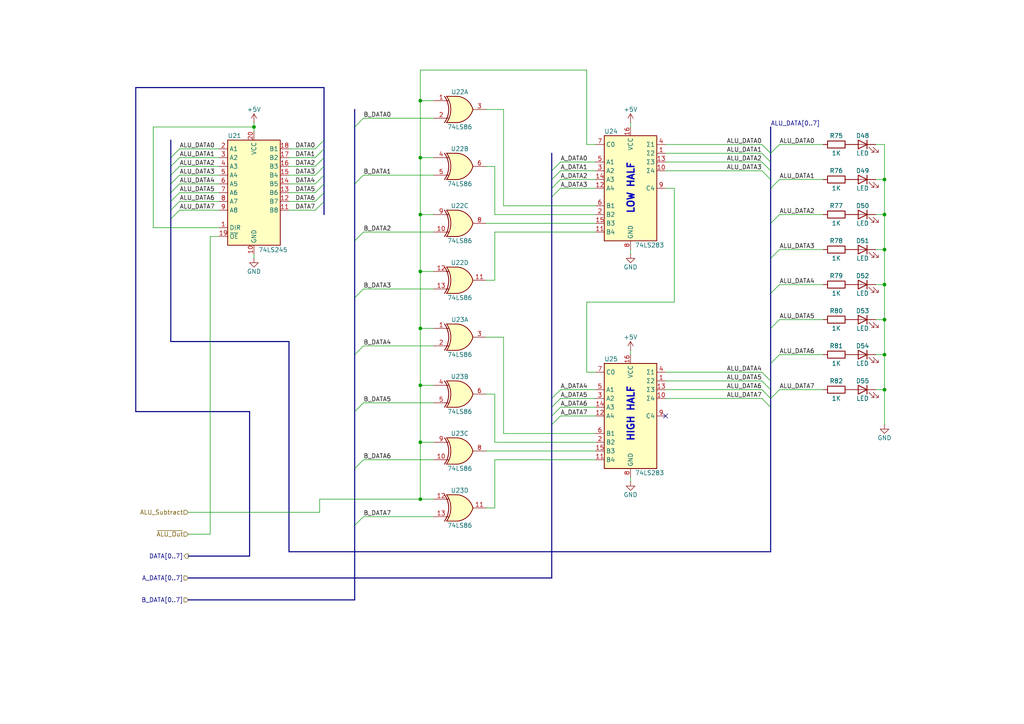
<source format=kicad_sch>
(kicad_sch (version 20231120) (generator "eeschema") (generator_version "8.0")
  (paper "A4")
  (title_block (title "8-Bit Computer - ALU Module") (date "2024-03-10") (rev "1") (comment 1 "Creator: Matan Brightbert"))
  (lib_symbols
    (symbol "74xx:74LS86" (pin_names (offset 1.016))
      (property "Reference" "U" (at 0 1.27 0))
      (property "Value" "74LS86" (at 0 -1.27 0))
      (symbol "74LS86_1_0"
        (arc (start -4.4196 -3.81) (mid -3.2033 0) (end -4.4196 3.81) (stroke (width 0.254)))
        (arc (start -3.81 -3.81) (mid -2.589 0) (end -3.81 3.81) (stroke (width 0.254)))
        (arc (start -0.6096 -3.81) (mid 2.1842 -2.5851) (end 3.81 0) (stroke (width 0.254)) (fill (type background)))
        (polyline (pts (xy -3.81 -3.81) (xy -0.635 -3.81)) (stroke (width 0.254)) (fill (type background)))
        (polyline (pts (xy -3.81 3.81) (xy -0.635 3.81)) (stroke (width 0.254)) (fill (type background)))
        (polyline (pts (xy -0.635 3.81) (xy -3.81 3.81) (xy -3.81 3.81) (xy -3.556 3.4036) (xy -3.0226 2.2606) (xy -2.6924 1.0414) (xy -2.6162 -0.254) (xy -2.7686 -1.4986) (xy -3.175 -2.7178) (xy -3.81 -3.81) (xy -3.81 -3.81) (xy -0.635 -3.81)) (stroke (width -25.4)) (fill (type background)))
        (arc (start 3.81 0) (mid 2.1915 2.5936) (end -0.6096 3.81) (stroke (width 0.254)) (fill (type background)))
        (pin input line (at -7.62 2.54 0) (length 4.445) (name "~") (number "1"))
        (pin input line (at -7.62 -2.54 0) (length 4.445) (name "~") (number "2"))
        (pin output line (at 7.62 0 180) (length 3.81) (name "~") (number "3"))
      )
      (symbol "74LS86_1_1"
        (polyline (pts (xy -3.81 -2.54) (xy -3.175 -2.54)) (stroke (width 0.1524)))
        (polyline (pts (xy -3.81 2.54) (xy -3.175 2.54)) (stroke (width 0.1524)))
      )
      (symbol "74LS86_2_0"
        (arc (start -4.4196 -3.81) (mid -3.2033 0) (end -4.4196 3.81) (stroke (width 0.254)))
        (arc (start -3.81 -3.81) (mid -2.589 0) (end -3.81 3.81) (stroke (width 0.254)))
        (arc (start -0.6096 -3.81) (mid 2.1842 -2.5851) (end 3.81 0) (stroke (width 0.254)) (fill (type background)))
        (polyline (pts (xy -3.81 -3.81) (xy -0.635 -3.81)) (stroke (width 0.254)) (fill (type background)))
        (polyline (pts (xy -3.81 3.81) (xy -0.635 3.81)) (stroke (width 0.254)) (fill (type background)))
        (polyline (pts (xy -0.635 3.81) (xy -3.81 3.81) (xy -3.81 3.81) (xy -3.556 3.4036) (xy -3.0226 2.2606) (xy -2.6924 1.0414) (xy -2.6162 -0.254) (xy -2.7686 -1.4986) (xy -3.175 -2.7178) (xy -3.81 -3.81) (xy -3.81 -3.81) (xy -0.635 -3.81)) (stroke (width -25.4)) (fill (type background)))
        (arc (start 3.81 0) (mid 2.1915 2.5936) (end -0.6096 3.81) (stroke (width 0.254)) (fill (type background)))
        (pin input line (at -7.62 2.54 0) (length 4.445) (name "~") (number "4"))
        (pin input line (at -7.62 -2.54 0) (length 4.445) (name "~") (number "5"))
        (pin output line (at 7.62 0 180) (length 3.81) (name "~") (number "6"))
      )
      (symbol "74LS86_2_1"
        (polyline (pts (xy -3.81 -2.54) (xy -3.175 -2.54)) (stroke (width 0.1524)))
        (polyline (pts (xy -3.81 2.54) (xy -3.175 2.54)) (stroke (width 0.1524)))
      )
      (symbol "74LS86_3_0"
        (arc (start -4.4196 -3.81) (mid -3.2033 0) (end -4.4196 3.81) (stroke (width 0.254)))
        (arc (start -3.81 -3.81) (mid -2.589 0) (end -3.81 3.81) (stroke (width 0.254)))
        (arc (start -0.6096 -3.81) (mid 2.1842 -2.5851) (end 3.81 0) (stroke (width 0.254)) (fill (type background)))
        (polyline (pts (xy -3.81 -3.81) (xy -0.635 -3.81)) (stroke (width 0.254)) (fill (type background)))
        (polyline (pts (xy -3.81 3.81) (xy -0.635 3.81)) (stroke (width 0.254)) (fill (type background)))
        (polyline (pts (xy -0.635 3.81) (xy -3.81 3.81) (xy -3.81 3.81) (xy -3.556 3.4036) (xy -3.0226 2.2606) (xy -2.6924 1.0414) (xy -2.6162 -0.254) (xy -2.7686 -1.4986) (xy -3.175 -2.7178) (xy -3.81 -3.81) (xy -3.81 -3.81) (xy -0.635 -3.81)) (stroke (width -25.4)) (fill (type background)))
        (arc (start 3.81 0) (mid 2.1915 2.5936) (end -0.6096 3.81) (stroke (width 0.254)) (fill (type background)))
        (pin input line (at -7.62 -2.54 0) (length 4.445) (name "~") (number "10"))
        (pin output line (at 7.62 0 180) (length 3.81) (name "~") (number "8"))
        (pin input line (at -7.62 2.54 0) (length 4.445) (name "~") (number "9"))
      )
      (symbol "74LS86_3_1"
        (polyline (pts (xy -3.81 -2.54) (xy -3.175 -2.54)) (stroke (width 0.1524)))
        (polyline (pts (xy -3.81 2.54) (xy -3.175 2.54)) (stroke (width 0.1524)))
      )
      (symbol "74LS86_4_0"
        (arc (start -4.4196 -3.81) (mid -3.2033 0) (end -4.4196 3.81) (stroke (width 0.254)))
        (arc (start -3.81 -3.81) (mid -2.589 0) (end -3.81 3.81) (stroke (width 0.254)))
        (arc (start -0.6096 -3.81) (mid 2.1842 -2.5851) (end 3.81 0) (stroke (width 0.254)) (fill (type background)))
        (polyline (pts (xy -3.81 -3.81) (xy -0.635 -3.81)) (stroke (width 0.254)) (fill (type background)))
        (polyline (pts (xy -3.81 3.81) (xy -0.635 3.81)) (stroke (width 0.254)) (fill (type background)))
        (polyline (pts (xy -0.635 3.81) (xy -3.81 3.81) (xy -3.81 3.81) (xy -3.556 3.4036) (xy -3.0226 2.2606) (xy -2.6924 1.0414) (xy -2.6162 -0.254) (xy -2.7686 -1.4986) (xy -3.175 -2.7178) (xy -3.81 -3.81) (xy -3.81 -3.81) (xy -0.635 -3.81)) (stroke (width -25.4)) (fill (type background)))
        (arc (start 3.81 0) (mid 2.1915 2.5936) (end -0.6096 3.81) (stroke (width 0.254)) (fill (type background)))
        (pin output line (at 7.62 0 180) (length 3.81) (name "~") (number "11"))
        (pin input line (at -7.62 2.54 0) (length 4.445) (name "~") (number "12"))
        (pin input line (at -7.62 -2.54 0) (length 4.445) (name "~") (number "13"))
      )
      (symbol "74LS86_4_1"
        (polyline (pts (xy -3.81 -2.54) (xy -3.175 -2.54)) (stroke (width 0.1524)))
        (polyline (pts (xy -3.81 2.54) (xy -3.175 2.54)) (stroke (width 0.1524)))
      )
      (symbol "74LS86_5_0"
        (pin power_in line (at 0 12.7 270) (length 5.08) (name "VCC") (number "14"))
        (pin power_in line (at 0 -12.7 90) (length 5.08) (name "GND") (number "7"))
      )
      (symbol "74LS86_5_1"
        (rectangle (start -5.08 7.62) (end 5.08 -7.62) (stroke (width 0.254)) (fill (type background)))
      )
    )
    (symbol "Custom:74LS245"
      (property "Reference" "U" (at -7.62 16.51 0))
      (property "Value" "74LS245" (at 1.27 -16.51 0))
      (symbol "74LS245_0_1"
        (rectangle (start -7.62 15.24) (end 7.62 -15.24) (stroke (width 0.254)) (fill (type background)))
      )
      (symbol "74LS245_1_1"
        (pin input line (at -10.16 -10.16 0) (length 2.54) (name "DIR") (number "1"))
        (pin power_in line (at 0 -17.78 90) (length 2.54) (name "GND") (number "10"))
        (pin bidirectional line (at 10.16 -5.08 180) (length 2.54) (name "B8") (number "11"))
        (pin bidirectional line (at 10.16 -2.54 180) (length 2.54) (name "B7") (number "12"))
        (pin bidirectional line (at 10.16 0 180) (length 2.54) (name "B6") (number "13"))
        (pin bidirectional line (at 10.16 2.54 180) (length 2.54) (name "B5") (number "14"))
        (pin bidirectional line (at 10.16 5.08 180) (length 2.54) (name "B4") (number "15"))
        (pin bidirectional line (at 10.16 7.62 180) (length 2.54) (name "B3") (number "16"))
        (pin bidirectional line (at 10.16 10.16 180) (length 2.54) (name "B2") (number "17"))
        (pin bidirectional line (at 10.16 12.7 180) (length 2.54) (name "B1") (number "18"))
        (pin input line (at -10.16 -12.7 0) (length 2.54) (name "~{OE}") (number "19"))
        (pin bidirectional line (at -10.16 12.7 0) (length 2.54) (name "A1") (number "2"))
        (pin power_in line (at 0 17.78 270) (length 2.54) (name "VCC") (number "20"))
        (pin bidirectional line (at -10.16 10.16 0) (length 2.54) (name "A2") (number "3"))
        (pin bidirectional line (at -10.16 7.62 0) (length 2.54) (name "A3") (number "4"))
        (pin bidirectional line (at -10.16 5.08 0) (length 2.54) (name "A4") (number "5"))
        (pin bidirectional line (at -10.16 2.54 0) (length 2.54) (name "A5") (number "6"))
        (pin bidirectional line (at -10.16 0 0) (length 2.54) (name "A6") (number "7"))
        (pin bidirectional line (at -10.16 -2.54 0) (length 2.54) (name "A7") (number "8"))
        (pin bidirectional line (at -10.16 -5.08 0) (length 2.54) (name "A8") (number "9"))
      )
    )
    (symbol "Custom:74LS283"
      (property "Reference" "U" (at -7.62 16.51 0))
      (property "Value" "74LS283" (at 1.27 -16.51 0))
      (symbol "74LS283_0_1"
        (rectangle (start -7.62 15.24) (end 7.62 -15.24) (stroke (width 0.254)) (fill (type background)))
      )
      (symbol "74LS283_1_1"
        (pin output line (at 10.16 10.16 180) (length 2.54) (name "Σ2") (number "1"))
        (pin output line (at 10.16 5.08 180) (length 2.54) (name "Σ4") (number "10"))
        (pin input line (at -10.16 -12.7 0) (length 2.54) (name "B4") (number "11"))
        (pin input line (at -10.16 0 0) (length 2.54) (name "A4") (number "12"))
        (pin output line (at 10.16 7.62 180) (length 2.54) (name "Σ3") (number "13"))
        (pin input line (at -10.16 2.54 0) (length 2.54) (name "A3") (number "14"))
        (pin input line (at -10.16 -10.16 0) (length 2.54) (name "B3") (number "15"))
        (pin power_in line (at 0 17.78 270) (length 2.54) (name "VCC") (number "16"))
        (pin input line (at -10.16 -7.62 0) (length 2.54) (name "B2") (number "2"))
        (pin input line (at -10.16 5.08 0) (length 2.54) (name "A2") (number "3"))
        (pin output line (at 10.16 12.7 180) (length 2.54) (name "Σ1") (number "4"))
        (pin input line (at -10.16 7.62 0) (length 2.54) (name "A1") (number "5"))
        (pin input line (at -10.16 -5.08 0) (length 2.54) (name "B1") (number "6"))
        (pin input line (at -10.16 12.7 0) (length 2.54) (name "C0") (number "7"))
        (pin power_in line (at 0 -17.78 90) (length 2.54) (name "GND") (number "8"))
        (pin output line (at 10.16 0 180) (length 2.54) (name "C4") (number "9"))
      )
    )
    (symbol "Device:LED" (pin_numbers hide) (pin_names (offset 1.016) hide)
      (property "Reference" "D" (at 0 2.54 0))
      (property "Value" "LED" (at 0 -2.54 0))
      (symbol "LED_0_1"
        (polyline (pts (xy -1.27 -1.27) (xy -1.27 1.27)) (stroke (width 0.254)))
        (polyline (pts (xy -1.27 0) (xy 1.27 0)))
        (polyline (pts (xy 1.27 -1.27) (xy 1.27 1.27) (xy -1.27 0) (xy 1.27 -1.27)) (stroke (width 0.254)))
        (polyline (pts (xy -3.048 -0.762) (xy -4.572 -2.286) (xy -3.81 -2.286) (xy -4.572 -2.286) (xy -4.572 -1.524)))
        (polyline (pts (xy -1.778 -0.762) (xy -3.302 -2.286) (xy -2.54 -2.286) (xy -3.302 -2.286) (xy -3.302 -1.524)))
      )
      (symbol "LED_1_1"
        (pin passive line (at -3.81 0 0) (length 2.54) (name "K") (number "1"))
        (pin passive line (at 3.81 0 180) (length 2.54) (name "A") (number "2"))
      )
    )
    (symbol "Device:R" (pin_numbers hide) (pin_names (offset 0))
      (property "Reference" "R" (at 2.032 0 90))
      (property "Value" "R" (at 0 0 90))
      (symbol "R_0_1"
        (rectangle (start -1.016 -2.54) (end 1.016 2.54) (stroke (width 0.254)))
      )
      (symbol "R_1_1"
        (pin passive line (at 0 3.81 270) (length 1.27) (name "~") (number "1"))
        (pin passive line (at 0 -3.81 90) (length 1.27) (name "~") (number "2"))
      )
    )
    (symbol "power:+5V" (power) (pin_numbers hide) (pin_names (offset 0) hide)
      (property "Value" "+5V" (at 0 3.556 0))
      (symbol "+5V_0_1"
        (polyline (pts (xy -0.762 1.27) (xy 0 2.54)))
        (polyline (pts (xy 0 0) (xy 0 2.54)))
        (polyline (pts (xy 0 2.54) (xy 0.762 1.27)))
      )
      (symbol "+5V_1_1"
        (pin power_in line (at 0 0 90) (length 0) (name "~") (number "1"))
      )
    )
    (symbol "power:GND" (power) (pin_numbers hide) (pin_names (offset 0) hide)
      (property "Value" "GND" (at 0 -3.81 0))
      (symbol "GND_0_1"
        (polyline (pts (xy 0 0) (xy 0 -1.27) (xy 1.27 -1.27) (xy 0 -2.54) (xy -1.27 -1.27) (xy 0 -1.27)))
      )
      (symbol "GND_1_1"
        (pin power_in line (at 0 0 270) (length 0) (name "~") (number "1"))
      )
    )
  )
  (junction (at 121.92 62.23))
  (junction (at 256.54 113.03))
  (junction (at 121.92 144.78))
  (junction (at 256.54 52.07))
  (junction (at 121.92 128.27))
  (junction (at 256.54 72.39))
  (junction (at 256.54 102.87))
  (junction (at 121.92 111.76))
  (junction (at 121.92 29.21))
  (junction (at 256.54 82.55))
  (junction (at 256.54 92.71))
  (junction (at 121.92 95.25))
  (junction (at 73.66 36.83))
  (junction (at 121.92 45.72))
  (junction (at 256.54 62.23))
  (junction (at 121.92 78.74))
  (no_connect (at 193.04 120.65))
  (bus_entry (at 93.98 50.8) (size -2.54 2.54))
  (bus_entry (at 162.56 120.65) (size -2.54 2.54))
  (bus_entry (at 105.41 34.29) (size -2.54 2.54))
  (bus_entry (at 105.41 116.84) (size -2.54 2.54))
  (bus_entry (at 93.98 48.26) (size -2.54 2.54))
  (bus_entry (at 226.06 72.39) (size -2.54 2.54))
  (bus_entry (at 226.06 52.07) (size -2.54 2.54))
  (bus_entry (at 220.98 46.99) (size 2.54 2.54))
  (bus_entry (at 226.06 41.91) (size -2.54 2.54))
  (bus_entry (at 93.98 45.72) (size -2.54 2.54))
  (bus_entry (at 93.98 40.64) (size -2.54 2.54))
  (bus_entry (at 93.98 55.88) (size -2.54 2.54))
  (bus_entry (at 226.06 92.71) (size -2.54 2.54))
  (bus_entry (at 226.06 102.87) (size -2.54 2.54))
  (bus_entry (at 105.41 100.33) (size -2.54 2.54))
  (bus_entry (at 162.56 49.53) (size -2.54 2.54))
  (bus_entry (at 105.41 50.8) (size -2.54 2.54))
  (bus_entry (at 226.06 62.23) (size -2.54 2.54))
  (bus_entry (at 52.07 55.88) (size -2.54 2.54))
  (bus_entry (at 52.07 48.26) (size -2.54 2.54))
  (bus_entry (at 226.06 113.03) (size -2.54 2.54))
  (bus_entry (at 220.98 115.57) (size 2.54 2.54))
  (bus_entry (at 52.07 53.34) (size -2.54 2.54))
  (bus_entry (at 52.07 45.72) (size -2.54 2.54))
  (bus_entry (at 162.56 118.11) (size -2.54 2.54))
  (bus_entry (at 220.98 49.53) (size 2.54 2.54))
  (bus_entry (at 52.07 58.42) (size -2.54 2.54))
  (bus_entry (at 93.98 53.34) (size -2.54 2.54))
  (bus_entry (at 162.56 115.57) (size -2.54 2.54))
  (bus_entry (at 220.98 44.45) (size 2.54 2.54))
  (bus_entry (at 105.41 83.82) (size -2.54 2.54))
  (bus_entry (at 93.98 43.18) (size -2.54 2.54))
  (bus_entry (at 93.98 58.42) (size -2.54 2.54))
  (bus_entry (at 162.56 54.61) (size -2.54 2.54))
  (bus_entry (at 220.98 107.95) (size 2.54 2.54))
  (bus_entry (at 52.07 50.8) (size -2.54 2.54))
  (bus_entry (at 52.07 43.18) (size -2.54 2.54))
  (bus_entry (at 162.56 52.07) (size -2.54 2.54))
  (bus_entry (at 162.56 46.99) (size -2.54 2.54))
  (bus_entry (at 162.56 113.03) (size -2.54 2.54))
  (bus_entry (at 52.07 60.96) (size -2.54 2.54))
  (bus_entry (at 220.98 113.03) (size 2.54 2.54))
  (bus_entry (at 105.41 149.86) (size -2.54 2.54))
  (bus_entry (at 105.41 67.31) (size -2.54 2.54))
  (bus_entry (at 226.06 82.55) (size -2.54 2.54))
  (bus_entry (at 105.41 133.35) (size -2.54 2.54))
  (bus_entry (at 220.98 110.49) (size 2.54 2.54))
  (bus_entry (at 220.98 41.91) (size 2.54 2.54))
  (bus (pts (xy 160.02 57.15) (xy 160.02 115.57)))
  (wire (pts (xy 256.54 62.23) (xy 256.54 72.39)))
  (bus (pts (xy 223.52 115.57) (xy 223.52 118.11)))
  (bus (pts (xy 49.53 58.42) (xy 49.53 60.96)))
  (wire (pts (xy 193.04 49.53) (xy 220.98 49.53)))
  (wire (pts (xy 63.5 53.34) (xy 52.07 53.34)))
  (wire (pts (xy 193.04 41.91) (xy 220.98 41.91)))
  (bus (pts (xy 49.53 45.72) (xy 49.53 48.26)))
  (bus (pts (xy 49.53 99.06) (xy 49.53 63.5)))
  (wire (pts (xy 146.05 59.69) (xy 146.05 31.75)))
  (wire (pts (xy 83.82 60.96) (xy 91.44 60.96)))
  (wire (pts (xy 92.71 148.59) (xy 54.61 148.59)))
  (wire (pts (xy 256.54 62.23) (xy 254 62.23)))
  (wire (pts (xy 193.04 115.57) (xy 220.98 115.57)))
  (wire (pts (xy 121.92 78.74) (xy 125.73 78.74)))
  (bus (pts (xy 223.52 49.53) (xy 223.52 52.07)))
  (wire (pts (xy 121.92 29.21) (xy 121.92 20.32)))
  (wire (pts (xy 121.92 128.27) (xy 125.73 128.27)))
  (wire (pts (xy 238.76 72.39) (xy 226.06 72.39)))
  (wire (pts (xy 140.97 97.79) (xy 146.05 97.79)))
  (wire (pts (xy 143.51 114.3) (xy 140.97 114.3)))
  (wire (pts (xy 83.82 50.8) (xy 91.44 50.8)))
  (wire (pts (xy 172.72 59.69) (xy 146.05 59.69)))
  (wire (pts (xy 73.66 36.83) (xy 73.66 38.1)))
  (wire (pts (xy 63.5 60.96) (xy 52.07 60.96)))
  (wire (pts (xy 105.41 100.33) (xy 125.73 100.33)))
  (bus (pts (xy 160.02 44.45) (xy 160.02 49.53)))
  (wire (pts (xy 146.05 97.79) (xy 146.05 125.73)))
  (wire (pts (xy 256.54 72.39) (xy 254 72.39)))
  (wire (pts (xy 182.88 35.56) (xy 182.88 36.83)))
  (wire (pts (xy 170.18 20.32) (xy 170.18 41.91)))
  (bus (pts (xy 49.53 48.26) (xy 49.53 50.8)))
  (wire (pts (xy 63.5 55.88) (xy 52.07 55.88)))
  (wire (pts (xy 83.82 58.42) (xy 91.44 58.42)))
  (wire (pts (xy 105.41 149.86) (xy 125.73 149.86)))
  (wire (pts (xy 146.05 125.73) (xy 172.72 125.73)))
  (bus (pts (xy 49.53 50.8) (xy 49.53 53.34)))
  (bus (pts (xy 160.02 120.65) (xy 160.02 123.19)))
  (wire (pts (xy 143.51 67.31) (xy 172.72 67.31)))
  (wire (pts (xy 121.92 62.23) (xy 121.92 45.72)))
  (wire (pts (xy 105.41 34.29) (xy 125.73 34.29)))
  (wire (pts (xy 162.56 113.03) (xy 172.72 113.03)))
  (bus (pts (xy 93.98 45.72) (xy 93.98 48.26)))
  (bus (pts (xy 223.52 46.99) (xy 223.52 49.53)))
  (wire (pts (xy 63.5 58.42) (xy 52.07 58.42)))
  (wire (pts (xy 140.97 48.26) (xy 143.51 48.26)))
  (bus (pts (xy 93.98 48.26) (xy 93.98 50.8)))
  (bus (pts (xy 93.98 25.4) (xy 93.98 40.64)))
  (bus (pts (xy 93.98 55.88) (xy 93.98 58.42)))
  (wire (pts (xy 193.04 110.49) (xy 220.98 110.49)))
  (bus (pts (xy 223.52 95.25) (xy 223.52 105.41)))
  (bus (pts (xy 102.87 152.4) (xy 102.87 173.99)))
  (wire (pts (xy 140.97 64.77) (xy 172.72 64.77)))
  (wire (pts (xy 105.41 133.35) (xy 125.73 133.35)))
  (bus (pts (xy 39.37 25.4) (xy 93.98 25.4)))
  (wire (pts (xy 162.56 54.61) (xy 172.72 54.61)))
  (wire (pts (xy 256.54 82.55) (xy 256.54 92.71)))
  (wire (pts (xy 143.51 81.28) (xy 143.51 67.31)))
  (wire (pts (xy 256.54 72.39) (xy 256.54 82.55)))
  (wire (pts (xy 238.76 92.71) (xy 226.06 92.71)))
  (bus (pts (xy 223.52 85.09) (xy 223.52 95.25)))
  (bus (pts (xy 223.52 118.11) (xy 223.52 160.02)))
  (bus (pts (xy 102.87 69.85) (xy 102.87 86.36)))
  (wire (pts (xy 92.71 144.78) (xy 92.71 148.59)))
  (wire (pts (xy 143.51 48.26) (xy 143.51 62.23)))
  (wire (pts (xy 170.18 41.91) (xy 172.72 41.91)))
  (bus (pts (xy 223.52 44.45) (xy 223.52 46.99)))
  (wire (pts (xy 63.5 66.04) (xy 44.45 66.04)))
  (wire (pts (xy 105.41 116.84) (xy 125.73 116.84)))
  (bus (pts (xy 160.02 49.53) (xy 160.02 52.07)))
  (wire (pts (xy 54.61 154.94) (xy 60.96 154.94)))
  (wire (pts (xy 238.76 41.91) (xy 226.06 41.91)))
  (wire (pts (xy 238.76 82.55) (xy 226.06 82.55)))
  (bus (pts (xy 102.87 102.87) (xy 102.87 119.38)))
  (wire (pts (xy 254 41.91) (xy 256.54 41.91)))
  (bus (pts (xy 160.02 52.07) (xy 160.02 54.61)))
  (wire (pts (xy 121.92 144.78) (xy 92.71 144.78)))
  (bus (pts (xy 102.87 135.89) (xy 102.87 152.4)))
  (wire (pts (xy 195.58 54.61) (xy 195.58 87.63)))
  (bus (pts (xy 160.02 123.19) (xy 160.02 167.64)))
  (wire (pts (xy 140.97 130.81) (xy 172.72 130.81)))
  (bus (pts (xy 93.98 53.34) (xy 93.98 55.88)))
  (wire (pts (xy 44.45 66.04) (xy 44.45 36.83)))
  (bus (pts (xy 83.82 160.02) (xy 83.82 99.06)))
  (wire (pts (xy 121.92 45.72) (xy 125.73 45.72)))
  (wire (pts (xy 125.73 144.78) (xy 121.92 144.78)))
  (wire (pts (xy 121.92 95.25) (xy 121.92 78.74)))
  (wire (pts (xy 162.56 52.07) (xy 172.72 52.07)))
  (wire (pts (xy 256.54 92.71) (xy 256.54 102.87)))
  (bus (pts (xy 102.87 119.38) (xy 102.87 135.89)))
  (bus (pts (xy 223.52 54.61) (xy 223.52 64.77)))
  (wire (pts (xy 83.82 53.34) (xy 91.44 53.34)))
  (wire (pts (xy 170.18 87.63) (xy 170.18 107.95)))
  (wire (pts (xy 172.72 133.35) (xy 143.51 133.35)))
  (wire (pts (xy 121.92 62.23) (xy 125.73 62.23)))
  (bus (pts (xy 160.02 115.57) (xy 160.02 118.11)))
  (wire (pts (xy 63.5 45.72) (xy 52.07 45.72)))
  (wire (pts (xy 182.88 101.6) (xy 182.88 102.87)))
  (bus (pts (xy 93.98 40.64) (xy 93.98 43.18)))
  (wire (pts (xy 193.04 107.95) (xy 220.98 107.95)))
  (wire (pts (xy 73.66 35.56) (xy 73.66 36.83)))
  (wire (pts (xy 162.56 120.65) (xy 172.72 120.65)))
  (bus (pts (xy 223.52 110.49) (xy 223.52 113.03)))
  (wire (pts (xy 73.66 74.93) (xy 73.66 73.66)))
  (wire (pts (xy 238.76 52.07) (xy 226.06 52.07)))
  (wire (pts (xy 256.54 41.91) (xy 256.54 52.07)))
  (wire (pts (xy 121.92 95.25) (xy 121.92 111.76)))
  (wire (pts (xy 140.97 81.28) (xy 143.51 81.28)))
  (wire (pts (xy 143.51 128.27) (xy 143.51 114.3)))
  (wire (pts (xy 162.56 118.11) (xy 172.72 118.11)))
  (wire (pts (xy 125.73 95.25) (xy 121.92 95.25)))
  (bus (pts (xy 54.61 161.29) (xy 72.39 161.29)))
  (wire (pts (xy 172.72 128.27) (xy 143.51 128.27)))
  (wire (pts (xy 83.82 43.18) (xy 91.44 43.18)))
  (bus (pts (xy 102.87 53.34) (xy 102.87 69.85)))
  (wire (pts (xy 121.92 128.27) (xy 121.92 144.78)))
  (wire (pts (xy 121.92 111.76) (xy 121.92 128.27)))
  (wire (pts (xy 83.82 45.72) (xy 91.44 45.72)))
  (bus (pts (xy 223.52 105.41) (xy 223.52 110.49)))
  (wire (pts (xy 238.76 62.23) (xy 226.06 62.23)))
  (wire (pts (xy 63.5 50.8) (xy 52.07 50.8)))
  (bus (pts (xy 49.53 53.34) (xy 49.53 55.88)))
  (wire (pts (xy 170.18 107.95) (xy 172.72 107.95)))
  (bus (pts (xy 102.87 36.83) (xy 102.87 53.34)))
  (wire (pts (xy 182.88 138.43) (xy 182.88 139.7)))
  (wire (pts (xy 121.92 78.74) (xy 121.92 62.23)))
  (bus (pts (xy 160.02 54.61) (xy 160.02 57.15)))
  (bus (pts (xy 223.52 113.03) (xy 223.52 115.57)))
  (bus (pts (xy 72.39 161.29) (xy 72.39 119.38)))
  (wire (pts (xy 121.92 111.76) (xy 125.73 111.76)))
  (bus (pts (xy 72.39 119.38) (xy 39.37 119.38)))
  (bus (pts (xy 49.53 60.96) (xy 49.53 63.5)))
  (bus (pts (xy 160.02 118.11) (xy 160.02 120.65)))
  (bus (pts (xy 49.53 40.64) (xy 49.53 45.72)))
  (bus (pts (xy 102.87 86.36) (xy 102.87 102.87)))
  (bus (pts (xy 49.53 55.88) (xy 49.53 58.42)))
  (wire (pts (xy 105.41 83.82) (xy 125.73 83.82)))
  (wire (pts (xy 162.56 49.53) (xy 172.72 49.53)))
  (wire (pts (xy 256.54 113.03) (xy 254 113.03)))
  (wire (pts (xy 121.92 20.32) (xy 170.18 20.32)))
  (wire (pts (xy 256.54 113.03) (xy 256.54 123.19)))
  (wire (pts (xy 256.54 52.07) (xy 256.54 62.23)))
  (wire (pts (xy 143.51 147.32) (xy 140.97 147.32)))
  (wire (pts (xy 143.51 133.35) (xy 143.51 147.32)))
  (bus (pts (xy 223.52 74.93) (xy 223.52 85.09)))
  (wire (pts (xy 162.56 115.57) (xy 172.72 115.57)))
  (wire (pts (xy 60.96 68.58) (xy 63.5 68.58)))
  (bus (pts (xy 54.61 167.64) (xy 160.02 167.64)))
  (wire (pts (xy 238.76 113.03) (xy 226.06 113.03)))
  (bus (pts (xy 39.37 119.38) (xy 39.37 25.4)))
  (wire (pts (xy 256.54 52.07) (xy 254 52.07)))
  (wire (pts (xy 195.58 87.63) (xy 170.18 87.63)))
  (wire (pts (xy 238.76 102.87) (xy 226.06 102.87)))
  (wire (pts (xy 193.04 44.45) (xy 220.98 44.45)))
  (wire (pts (xy 182.88 73.66) (xy 182.88 72.39)))
  (wire (pts (xy 193.04 113.03) (xy 220.98 113.03)))
  (wire (pts (xy 105.41 67.31) (xy 125.73 67.31)))
  (bus (pts (xy 93.98 58.42) (xy 93.98 62.23)))
  (wire (pts (xy 121.92 29.21) (xy 125.73 29.21)))
  (wire (pts (xy 143.51 62.23) (xy 172.72 62.23)))
  (wire (pts (xy 105.41 50.8) (xy 125.73 50.8)))
  (bus (pts (xy 54.61 173.99) (xy 102.87 173.99)))
  (wire (pts (xy 63.5 43.18) (xy 52.07 43.18)))
  (wire (pts (xy 193.04 46.99) (xy 220.98 46.99)))
  (wire (pts (xy 146.05 31.75) (xy 140.97 31.75)))
  (wire (pts (xy 121.92 45.72) (xy 121.92 29.21)))
  (wire (pts (xy 193.04 54.61) (xy 195.58 54.61)))
  (wire (pts (xy 60.96 154.94) (xy 60.96 68.58)))
  (bus (pts (xy 93.98 43.18) (xy 93.98 45.72)))
  (wire (pts (xy 256.54 102.87) (xy 256.54 113.03)))
  (bus (pts (xy 93.98 50.8) (xy 93.98 53.34)))
  (bus (pts (xy 223.52 64.77) (xy 223.52 74.93)))
  (wire (pts (xy 256.54 92.71) (xy 254 92.71)))
  (bus (pts (xy 223.52 36.83) (xy 223.52 44.45)))
  (wire (pts (xy 254 82.55) (xy 256.54 82.55)))
  (wire (pts (xy 256.54 102.87) (xy 254 102.87)))
  (bus (pts (xy 102.87 31.75) (xy 102.87 36.83)))
  (bus (pts (xy 83.82 160.02) (xy 223.52 160.02)))
  (bus (pts (xy 223.52 52.07) (xy 223.52 54.61)))
  (wire (pts (xy 83.82 55.88) (xy 91.44 55.88)))
  (wire (pts (xy 63.5 48.26) (xy 52.07 48.26)))
  (wire (pts (xy 44.45 36.83) (xy 73.66 36.83)))
  (wire (pts (xy 162.56 46.99) (xy 172.72 46.99)))
  (wire (pts (xy 83.82 48.26) (xy 91.44 48.26)))
  (bus (pts (xy 83.82 99.06) (xy 49.53 99.06)))
  (text "LOW HALF" (at 184.15 62.23 90) (effects (font (size 2 2) (thickness 0.4) (bold yes)) (justify left bottom)))
  (text "HIGH HALF" (at 184.15 128.27 90) (effects (font (size 2 2) (thickness 0.4) (bold yes)) (justify left bottom)))
  (label "ALU_DATA7" (at 220.98 115.57 180))
  (label "ALU_DATA2" (at 52.07 48.26 0))
  (label "B_DATA3" (at 105.41 83.82 0))
  (label "ALU_DATA1" (at 220.98 44.45 180))
  (label "ALU_DATA5" (at 220.98 110.49 180))
  (label "ALU_DATA6" (at 52.07 58.42 0))
  (label "DATA7" (at 91.44 60.96 180))
  (label "ALU_DATA4" (at 52.07 53.34 0))
  (label "ALU_DATA0" (at 52.07 43.18 0))
  (label "DATA3" (at 91.44 50.8 180))
  (label "ALU_DATA5" (at 226.06 92.71 0))
  (label "ALU_DATA0" (at 226.06 41.91 0))
  (label "B_DATA2" (at 105.41 67.31 0))
  (label "ALU_DATA3" (at 226.06 72.39 0))
  (label "ALU_DATA2" (at 220.98 46.99 180))
  (label "ALU_DATA4" (at 220.98 107.95 180))
  (label "ALU_DATA[0..7]" (at 223.52 36.83 0))
  (label "DATA2" (at 91.44 48.26 180))
  (label "DATA6" (at 91.44 58.42 180))
  (label "B_DATA4" (at 105.41 100.33 0))
  (label "DATA4" (at 91.44 53.34 180))
  (label "ALU_DATA3" (at 220.98 49.53 180))
  (label "ALU_DATA3" (at 52.07 50.8 0))
  (label "A_DATA7" (at 162.56 120.65 0))
  (label "DATA0" (at 91.44 43.18 180))
  (label "ALU_DATA1" (at 52.07 45.72 0))
  (label "ALU_DATA7" (at 52.07 60.96 0))
  (label "ALU_DATA5" (at 52.07 55.88 0))
  (label "B_DATA0" (at 105.41 34.29 0))
  (label "A_DATA6" (at 162.56 118.11 0))
  (label "B_DATA7" (at 105.41 149.86 0))
  (label "ALU_DATA0" (at 220.98 41.91 180))
  (label "A_DATA2" (at 162.56 52.07 0))
  (label "ALU_DATA6" (at 220.98 113.03 180))
  (label "A_DATA3" (at 162.56 54.61 0))
  (label "A_DATA4" (at 162.56 113.03 0))
  (label "ALU_DATA4" (at 226.06 82.55 0))
  (label "A_DATA0" (at 162.56 46.99 0))
  (label "ALU_DATA1" (at 226.06 52.07 0))
  (label "B_DATA1" (at 105.41 50.8 0))
  (label "ALU_DATA6" (at 226.06 102.87 0))
  (label "DATA5" (at 91.44 55.88 180))
  (label "B_DATA5" (at 105.41 116.84 0))
  (label "A_DATA1" (at 162.56 49.53 0))
  (label "ALU_DATA7" (at 226.06 113.03 0))
  (label "B_DATA6" (at 105.41 133.35 0))
  (label "DATA1" (at 91.44 45.72 180))
  (label "ALU_DATA2" (at 226.06 62.23 0))
  (label "A_DATA5" (at 162.56 115.57 0))
  (hierarchical_label "~{ALU_Out}" (shape input) (at 54.61 154.94 180))
  (hierarchical_label "DATA[0..7]" (shape output) (at 54.61 161.29 180))
  (hierarchical_label "ALU_Subtract" (shape input) (at 54.61 148.59 180))
  (hierarchical_label "B_DATA[0..7]" (shape input) (at 54.61 173.99 180))
  (hierarchical_label "A_DATA[0..7]" (shape input) (at 54.61 167.64 180))
  (symbol (lib_id "74xx:74LS86") (at 133.35 147.32 0) (unit 4)
    (property "Reference" "U23" (at 133.35 142.24 0))
    (property "Value" "74LS86" (at 133.35 152.4 0))
    (property "Footprint" "Package_DIP:DIP-14_W7.62mm" (effects (hide yes)))
    (property "Datasheet" "74xx/74ls86.pdf" (effects (hide yes)))
    (property "Description" "Quad 2-input XOR" (effects (hide yes)))
  )
  (symbol (lib_id "Device:R") (at 242.57 92.71 90) (unit 1)
    (property "Reference" "R80" (at 242.57 90.17 90))
    (property "Value" "1K" (at 242.57 95.25 90))
    (property "Footprint" "Resistor_THT:R_Axial_DIN0207_L6.3mm_D2.5mm_P7.62mm_Horizontal" (effects (hide yes)))
    (property "Description" "Resistor" (effects (hide yes)))
  )
  (symbol (lib_id "Device:LED") (at 250.19 52.07 0) (mirror y) (unit 1)
    (property "Reference" "D49" (at 250.19 49.53 0))
    (property "Value" "LED" (at 250.19 54.61 0))
    (property "Footprint" "LED_THT:LED_D3.0mm" (effects (hide yes)))
    (property "Description" "Light emitting diode" (effects (hide yes)))
  )
  (symbol (lib_id "power:GND") (at 73.66 74.93 0) (unit 1)
    (property "Reference" "#PWR052" (effects (hide yes)))
    (property "Value" "GND" (at 73.66 78.74 0))
    (property "Description" "Power symbol creates a global label with name \"GND\" , ground" (effects (hide yes)))
  )
  (symbol (lib_id "Device:R") (at 242.57 62.23 90) (unit 1)
    (property "Reference" "R77" (at 242.57 59.69 90))
    (property "Value" "1K" (at 242.57 64.77 90))
    (property "Footprint" "Resistor_THT:R_Axial_DIN0207_L6.3mm_D2.5mm_P7.62mm_Horizontal" (effects (hide yes)))
    (property "Description" "Resistor" (effects (hide yes)))
  )
  (symbol (lib_id "Custom:74LS245") (at 73.66 55.88 0) (unit 1)
    (property "Reference" "U21" (at 66.04 39.37 0) (effects (justify left)))
    (property "Value" "74LS245" (at 74.93 71.755 0) (effects (justify left top)))
    (property "Footprint" "Package_DIP:DIP-20_W7.62mm" (effects (hide yes)))
  )
  (symbol (lib_id "Device:LED") (at 250.19 82.55 0) (mirror y) (unit 1)
    (property "Reference" "D52" (at 250.19 80.01 0))
    (property "Value" "LED" (at 250.19 85.09 0))
    (property "Footprint" "LED_THT:LED_D3.0mm" (effects (hide yes)))
    (property "Description" "Light emitting diode" (effects (hide yes)))
  )
  (symbol (lib_id "power:GND") (at 182.88 73.66 0) (unit 1)
    (property "Reference" "#PWR054" (effects (hide yes)))
    (property "Value" "GND" (at 182.88 77.47 0))
    (property "Description" "Power symbol creates a global label with name \"GND\" , ground" (effects (hide yes)))
  )
  (symbol (lib_id "Device:LED") (at 250.19 113.03 0) (mirror y) (unit 1)
    (property "Reference" "D55" (at 250.19 110.49 0))
    (property "Value" "LED" (at 250.19 115.57 0))
    (property "Footprint" "LED_THT:LED_D3.0mm" (effects (hide yes)))
    (property "Description" "Light emitting diode" (effects (hide yes)))
  )
  (symbol (lib_id "Device:R") (at 242.57 102.87 90) (unit 1)
    (property "Reference" "R81" (at 242.57 100.33 90))
    (property "Value" "1K" (at 242.57 105.41 90))
    (property "Footprint" "Resistor_THT:R_Axial_DIN0207_L6.3mm_D2.5mm_P7.62mm_Horizontal" (effects (hide yes)))
    (property "Description" "Resistor" (effects (hide yes)))
  )
  (symbol (lib_id "74xx:74LS86") (at 133.35 48.26 0) (unit 2)
    (property "Reference" "U22" (at 133.35 43.18 0))
    (property "Value" "74LS86" (at 133.35 53.34 0))
    (property "Footprint" "Package_DIP:DIP-14_W7.62mm" (effects (hide yes)))
    (property "Datasheet" "74xx/74ls86.pdf" (effects (hide yes)))
    (property "Description" "Quad 2-input XOR" (effects (hide yes)))
  )
  (symbol (lib_id "74xx:74LS86") (at 133.35 114.3 0) (unit 2)
    (property "Reference" "U23" (at 133.35 109.22 0))
    (property "Value" "74LS86" (at 133.35 119.38 0))
    (property "Footprint" "Package_DIP:DIP-14_W7.62mm" (effects (hide yes)))
    (property "Datasheet" "74xx/74ls86.pdf" (effects (hide yes)))
    (property "Description" "Quad 2-input XOR" (effects (hide yes)))
  )
  (symbol (lib_id "power:GND") (at 256.54 123.19 0) (unit 1)
    (property "Reference" "#PWR057" (effects (hide yes)))
    (property "Value" "GND" (at 256.54 127 0))
    (property "Description" "Power symbol creates a global label with name \"GND\" , ground" (effects (hide yes)))
  )
  (symbol (lib_id "Custom:74LS283") (at 182.88 120.65 0) (unit 1)
    (property "Reference" "U25" (at 175.26 104.14 0) (effects (justify left)))
    (property "Value" "74LS283" (at 184.15 137.16 0) (effects (justify left)))
    (property "Footprint" "Package_DIP:DIP-16_W7.62mm" (effects (hide yes)))
  )
  (symbol (lib_id "74xx:74LS86") (at 133.35 81.28 0) (unit 4)
    (property "Reference" "U22" (at 133.35 76.2 0))
    (property "Value" "74LS86" (at 133.35 86.36 0))
    (property "Footprint" "Package_DIP:DIP-14_W7.62mm" (effects (hide yes)))
    (property "Datasheet" "74xx/74ls86.pdf" (effects (hide yes)))
    (property "Description" "Quad 2-input XOR" (effects (hide yes)))
  )
  (symbol (lib_id "Custom:74LS283") (at 182.88 54.61 0) (unit 1)
    (property "Reference" "U24" (at 175.26 38.1 0) (effects (justify left)))
    (property "Value" "74LS283" (at 184.15 71.12 0) (effects (justify left)))
    (property "Footprint" "Package_DIP:DIP-16_W7.62mm" (effects (hide yes)))
  )
  (symbol (lib_id "power:+5V") (at 182.88 35.56 0) (unit 1)
    (property "Reference" "#PWR053" (effects (hide yes)))
    (property "Value" "+5V" (at 182.88 31.75 0))
    (property "Description" "Power symbol creates a global label with name \"+5V\"" (effects (hide yes)))
  )
  (symbol (lib_id "Device:R") (at 242.57 52.07 90) (unit 1)
    (property "Reference" "R76" (at 242.57 49.53 90))
    (property "Value" "1K" (at 242.57 54.61 90))
    (property "Footprint" "Resistor_THT:R_Axial_DIN0207_L6.3mm_D2.5mm_P7.62mm_Horizontal" (effects (hide yes)))
    (property "Description" "Resistor" (effects (hide yes)))
  )
  (symbol (lib_id "Device:LED") (at 250.19 41.91 0) (mirror y) (unit 1)
    (property "Reference" "D48" (at 250.19 39.37 0))
    (property "Value" "LED" (at 250.19 44.45 0))
    (property "Footprint" "LED_THT:LED_D3.0mm" (effects (hide yes)))
    (property "Description" "Light emitting diode" (effects (hide yes)))
  )
  (symbol (lib_id "Device:R") (at 242.57 82.55 90) (unit 1)
    (property "Reference" "R79" (at 242.57 80.01 90))
    (property "Value" "1K" (at 242.57 85.09 90))
    (property "Footprint" "Resistor_THT:R_Axial_DIN0207_L6.3mm_D2.5mm_P7.62mm_Horizontal" (effects (hide yes)))
    (property "Description" "Resistor" (effects (hide yes)))
  )
  (symbol (lib_id "74xx:74LS86") (at 133.35 31.75 0) (unit 1)
    (property "Reference" "U22" (at 133.35 26.67 0))
    (property "Value" "74LS86" (at 133.35 36.83 0))
    (property "Footprint" "Package_DIP:DIP-14_W7.62mm" (effects (hide yes)))
    (property "Datasheet" "74xx/74ls86.pdf" (effects (hide yes)))
    (property "Description" "Quad 2-input XOR" (effects (hide yes)))
  )
  (symbol (lib_id "Device:R") (at 242.57 41.91 90) (unit 1)
    (property "Reference" "R75" (at 242.57 39.37 90))
    (property "Value" "1K" (at 242.57 44.45 90))
    (property "Footprint" "Resistor_THT:R_Axial_DIN0207_L6.3mm_D2.5mm_P7.62mm_Horizontal" (effects (hide yes)))
    (property "Description" "Resistor" (effects (hide yes)))
  )
  (symbol (lib_id "Device:LED") (at 250.19 102.87 0) (mirror y) (unit 1)
    (property "Reference" "D54" (at 250.19 100.33 0))
    (property "Value" "LED" (at 250.19 105.41 0))
    (property "Footprint" "LED_THT:LED_D3.0mm" (effects (hide yes)))
    (property "Description" "Light emitting diode" (effects (hide yes)))
  )
  (symbol (lib_id "Device:R") (at 242.57 113.03 90) (unit 1)
    (property "Reference" "R82" (at 242.57 110.49 90))
    (property "Value" "1K" (at 242.57 115.57 90))
    (property "Footprint" "Resistor_THT:R_Axial_DIN0207_L6.3mm_D2.5mm_P7.62mm_Horizontal" (effects (hide yes)))
    (property "Description" "Resistor" (effects (hide yes)))
  )
  (symbol (lib_id "74xx:74LS86") (at 133.35 64.77 0) (unit 3)
    (property "Reference" "U22" (at 133.35 59.69 0))
    (property "Value" "74LS86" (at 133.35 69.85 0))
    (property "Footprint" "Package_DIP:DIP-14_W7.62mm" (effects (hide yes)))
    (property "Datasheet" "74xx/74ls86.pdf" (effects (hide yes)))
    (property "Description" "Quad 2-input XOR" (effects (hide yes)))
  )
  (symbol (lib_id "Device:R") (at 242.57 72.39 90) (unit 1)
    (property "Reference" "R78" (at 242.57 69.85 90))
    (property "Value" "1K" (at 242.57 74.93 90))
    (property "Footprint" "Resistor_THT:R_Axial_DIN0207_L6.3mm_D2.5mm_P7.62mm_Horizontal" (effects (hide yes)))
    (property "Description" "Resistor" (effects (hide yes)))
  )
  (symbol (lib_id "Device:LED") (at 250.19 62.23 0) (mirror y) (unit 1)
    (property "Reference" "D50" (at 250.19 59.69 0))
    (property "Value" "LED" (at 250.19 64.77 0))
    (property "Footprint" "LED_THT:LED_D3.0mm" (effects (hide yes)))
    (property "Description" "Light emitting diode" (effects (hide yes)))
  )
  (symbol (lib_id "power:GND") (at 182.88 139.7 0) (unit 1)
    (property "Reference" "#PWR056" (effects (hide yes)))
    (property "Value" "GND" (at 182.88 143.51 0))
    (property "Description" "Power symbol creates a global label with name \"GND\" , ground" (effects (hide yes)))
  )
  (symbol (lib_id "74xx:74LS86") (at 133.35 130.81 0) (unit 3)
    (property "Reference" "U23" (at 133.35 125.73 0))
    (property "Value" "74LS86" (at 133.35 135.89 0))
    (property "Footprint" "Package_DIP:DIP-14_W7.62mm" (effects (hide yes)))
    (property "Datasheet" "74xx/74ls86.pdf" (effects (hide yes)))
    (property "Description" "Quad 2-input XOR" (effects (hide yes)))
  )
  (symbol (lib_id "Device:LED") (at 250.19 72.39 0) (mirror y) (unit 1)
    (property "Reference" "D51" (at 250.19 69.85 0))
    (property "Value" "LED" (at 250.19 74.93 0))
    (property "Footprint" "LED_THT:LED_D3.0mm" (effects (hide yes)))
    (property "Description" "Light emitting diode" (effects (hide yes)))
  )
  (symbol (lib_id "power:+5V") (at 182.88 101.6 0) (unit 1)
    (property "Reference" "#PWR055" (effects (hide yes)))
    (property "Value" "+5V" (at 182.88 97.79 0))
    (property "Description" "Power symbol creates a global label with name \"+5V\"" (effects (hide yes)))
  )
  (symbol (lib_id "Device:LED") (at 250.19 92.71 0) (mirror y) (unit 1)
    (property "Reference" "D53" (at 250.19 90.17 0))
    (property "Value" "LED" (at 250.19 95.25 0))
    (property "Footprint" "LED_THT:LED_D3.0mm" (effects (hide yes)))
    (property "Description" "Light emitting diode" (effects (hide yes)))
  )
  (symbol (lib_id "74xx:74LS86") (at 133.35 97.79 0) (unit 1)
    (property "Reference" "U23" (at 133.35 92.71 0))
    (property "Value" "74LS86" (at 133.35 102.87 0))
    (property "Footprint" "Package_DIP:DIP-14_W7.62mm" (effects (hide yes)))
    (property "Datasheet" "74xx/74ls86.pdf" (effects (hide yes)))
    (property "Description" "Quad 2-input XOR" (effects (hide yes)))
  )
  (symbol (lib_id "power:+5V") (at 73.66 35.56 0) (unit 1)
    (property "Reference" "#PWR051" (effects (hide yes)))
    (property "Value" "+5V" (at 73.66 31.75 0))
    (property "Description" "Power symbol creates a global label with name \"+5V\"" (effects (hide yes)))
  )
)
</source>
